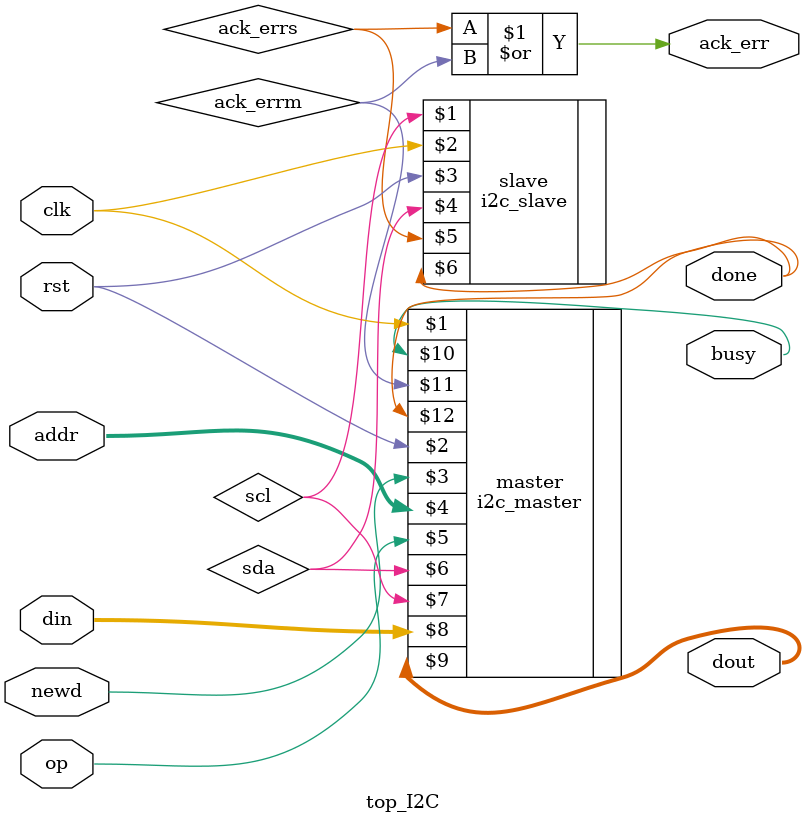
<source format=v>
`timescale 1ns / 1ps


module top_I2C(
input clk, rst, newd, op,
input [6:0] addr,
input [7:0] din,
output [7:0] dout,
output busy,ack_err,
output done
);
wire sda, scl;
wire ack_errm, ack_errs;
 
 
i2c_master master (clk, rst, newd, addr, op, sda, scl, din, dout, busy, ack_errm , done);
i2c_slave slave (scl, clk, rst, sda, ack_errs,done );
 
assign ack_err = ack_errs | ack_errm;
 
 
endmodule
 
///////////////////////////////////////////////////////
//interface i2c_if;
  
//  logic clk;
//  logic rst;
//  logic newd;
//  logic op;   
//  logic [7:0] din;
//  logic [6:0] addr;
//  logic [7:0] dout;
//  logic  done;
//  logic busy, ack_err;  
  
//endinterface


</source>
